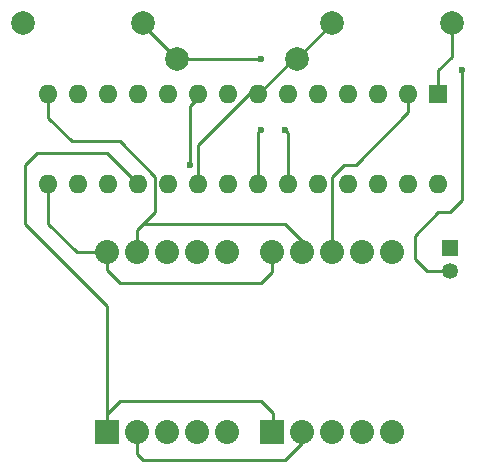
<source format=gbr>
G04 #@! TF.FileFunction,Copper,L1,Top,Signal*
%FSLAX46Y46*%
G04 Gerber Fmt 4.6, Leading zero omitted, Abs format (unit mm)*
G04 Created by KiCad (PCBNEW 4.0.2-stable) date 2016-05-12 12:07:21 AM*
%MOMM*%
G01*
G04 APERTURE LIST*
%ADD10C,0.100000*%
%ADD11R,1.350000X1.350000*%
%ADD12C,1.350000*%
%ADD13C,2.032000*%
%ADD14R,2.032000X2.032000*%
%ADD15R,1.600000X1.600000*%
%ADD16O,1.600000X1.600000*%
%ADD17C,1.998980*%
%ADD18C,0.600000*%
%ADD19C,0.250000*%
G04 APERTURE END LIST*
D10*
D11*
X165000000Y-115000000D03*
D12*
X165000000Y-117000000D03*
D13*
X160080000Y-130620000D03*
X160080000Y-115380000D03*
D14*
X149920000Y-130620000D03*
D13*
X152460000Y-130620000D03*
X155000000Y-130620000D03*
X157540000Y-130620000D03*
X157540000Y-115380000D03*
X155000000Y-115380000D03*
X152460000Y-115380000D03*
X149920000Y-115380000D03*
X146080000Y-130620000D03*
X146080000Y-115380000D03*
D14*
X135920000Y-130620000D03*
D13*
X138460000Y-130620000D03*
X141000000Y-130620000D03*
X143540000Y-130620000D03*
X143540000Y-115380000D03*
X141000000Y-115380000D03*
X138460000Y-115380000D03*
X135920000Y-115380000D03*
D15*
X164000000Y-102000000D03*
D16*
X161460000Y-102000000D03*
X158920000Y-102000000D03*
X156380000Y-102000000D03*
X153840000Y-102000000D03*
X151300000Y-102000000D03*
X148760000Y-102000000D03*
X146220000Y-102000000D03*
X143680000Y-102000000D03*
X141140000Y-102000000D03*
X138600000Y-102000000D03*
X136060000Y-102000000D03*
X133520000Y-102000000D03*
X130980000Y-102000000D03*
X130980000Y-109620000D03*
X133520000Y-109620000D03*
X136060000Y-109620000D03*
X138600000Y-109620000D03*
X141140000Y-109620000D03*
X143680000Y-109620000D03*
X146220000Y-109620000D03*
X148760000Y-109620000D03*
X151300000Y-109620000D03*
X153840000Y-109620000D03*
X156380000Y-109620000D03*
X158920000Y-109620000D03*
X161460000Y-109620000D03*
X164000000Y-109620000D03*
D17*
X155000000Y-96000000D03*
X165160000Y-96000000D03*
X152000000Y-99000000D03*
X141840000Y-99000000D03*
X139000000Y-96000000D03*
X128840000Y-96000000D03*
D18*
X143000000Y-108000000D03*
X166000000Y-100000000D03*
X149000000Y-105000000D03*
X151000000Y-105000000D03*
X149000000Y-99000000D03*
D19*
X143680000Y-102000000D02*
X143680000Y-102320000D01*
X143680000Y-102320000D02*
X143000000Y-103000000D01*
X143000000Y-103000000D02*
X143000000Y-108000000D01*
X135920000Y-130620000D02*
X135920000Y-119920000D01*
X135980000Y-107000000D02*
X138600000Y-109620000D01*
X130000000Y-107000000D02*
X135980000Y-107000000D01*
X129000000Y-108000000D02*
X130000000Y-107000000D01*
X129000000Y-113000000D02*
X129000000Y-108000000D01*
X135920000Y-119920000D02*
X129000000Y-113000000D01*
X135920000Y-130620000D02*
X135920000Y-129080000D01*
X150000000Y-129000000D02*
X150000000Y-130540000D01*
X149000000Y-128000000D02*
X150000000Y-129000000D01*
X137000000Y-128000000D02*
X149000000Y-128000000D01*
X135920000Y-129080000D02*
X137000000Y-128000000D01*
X150000000Y-130540000D02*
X149920000Y-130620000D01*
X138460000Y-130620000D02*
X138460000Y-132460000D01*
X151000000Y-133000000D02*
X152460000Y-131540000D01*
X139000000Y-133000000D02*
X151000000Y-133000000D01*
X138460000Y-132460000D02*
X139000000Y-133000000D01*
X152460000Y-131540000D02*
X152460000Y-130620000D01*
X155000000Y-115380000D02*
X155000000Y-114000000D01*
X161460000Y-103540000D02*
X161460000Y-102000000D01*
X157000000Y-108000000D02*
X161460000Y-103540000D01*
X156000000Y-108000000D02*
X157000000Y-108000000D01*
X155000000Y-109000000D02*
X156000000Y-108000000D01*
X155000000Y-114000000D02*
X155000000Y-109000000D01*
X130980000Y-102000000D02*
X130980000Y-103980000D01*
X140000000Y-112000000D02*
X139000000Y-113000000D01*
X140000000Y-109000000D02*
X140000000Y-112000000D01*
X137000000Y-106000000D02*
X140000000Y-109000000D01*
X133000000Y-106000000D02*
X137000000Y-106000000D01*
X130980000Y-103980000D02*
X133000000Y-106000000D01*
X138460000Y-115380000D02*
X138460000Y-113540000D01*
X151000000Y-113000000D02*
X152460000Y-114460000D01*
X139000000Y-113000000D02*
X151000000Y-113000000D01*
X138460000Y-113540000D02*
X139000000Y-113000000D01*
X152460000Y-114460000D02*
X152460000Y-115380000D01*
X135920000Y-115380000D02*
X133380000Y-115380000D01*
X130980000Y-112980000D02*
X130980000Y-109620000D01*
X133380000Y-115380000D02*
X130980000Y-112980000D01*
X135920000Y-115380000D02*
X135920000Y-116920000D01*
X149920000Y-117080000D02*
X149920000Y-115380000D01*
X149000000Y-118000000D02*
X149920000Y-117080000D01*
X137000000Y-118000000D02*
X149000000Y-118000000D01*
X135920000Y-116920000D02*
X137000000Y-118000000D01*
X165160000Y-96000000D02*
X165160000Y-98840000D01*
X164000000Y-100000000D02*
X164000000Y-102000000D01*
X165160000Y-98840000D02*
X164000000Y-100000000D01*
X165000000Y-117000000D02*
X163000000Y-117000000D01*
X166000000Y-111000000D02*
X166000000Y-100000000D01*
X165000000Y-112000000D02*
X166000000Y-111000000D01*
X164000000Y-112000000D02*
X165000000Y-112000000D01*
X162000000Y-114000000D02*
X164000000Y-112000000D01*
X162000000Y-116000000D02*
X162000000Y-114000000D01*
X163000000Y-117000000D02*
X162000000Y-116000000D01*
X148760000Y-102000000D02*
X148000000Y-102000000D01*
X148000000Y-102000000D02*
X143680000Y-106320000D01*
X143680000Y-106320000D02*
X143680000Y-109620000D01*
X152000000Y-99000000D02*
X151760000Y-99000000D01*
X151760000Y-99000000D02*
X148760000Y-102000000D01*
X155000000Y-96000000D02*
X152000000Y-99000000D01*
X148760000Y-105240000D02*
X148760000Y-109620000D01*
X149000000Y-105000000D02*
X148760000Y-105240000D01*
X141840000Y-99000000D02*
X149000000Y-99000000D01*
X151300000Y-105300000D02*
X151300000Y-109620000D01*
X151000000Y-105000000D02*
X151300000Y-105300000D01*
X139000000Y-96000000D02*
X139000000Y-96160000D01*
X139000000Y-96160000D02*
X141840000Y-99000000D01*
M02*

</source>
